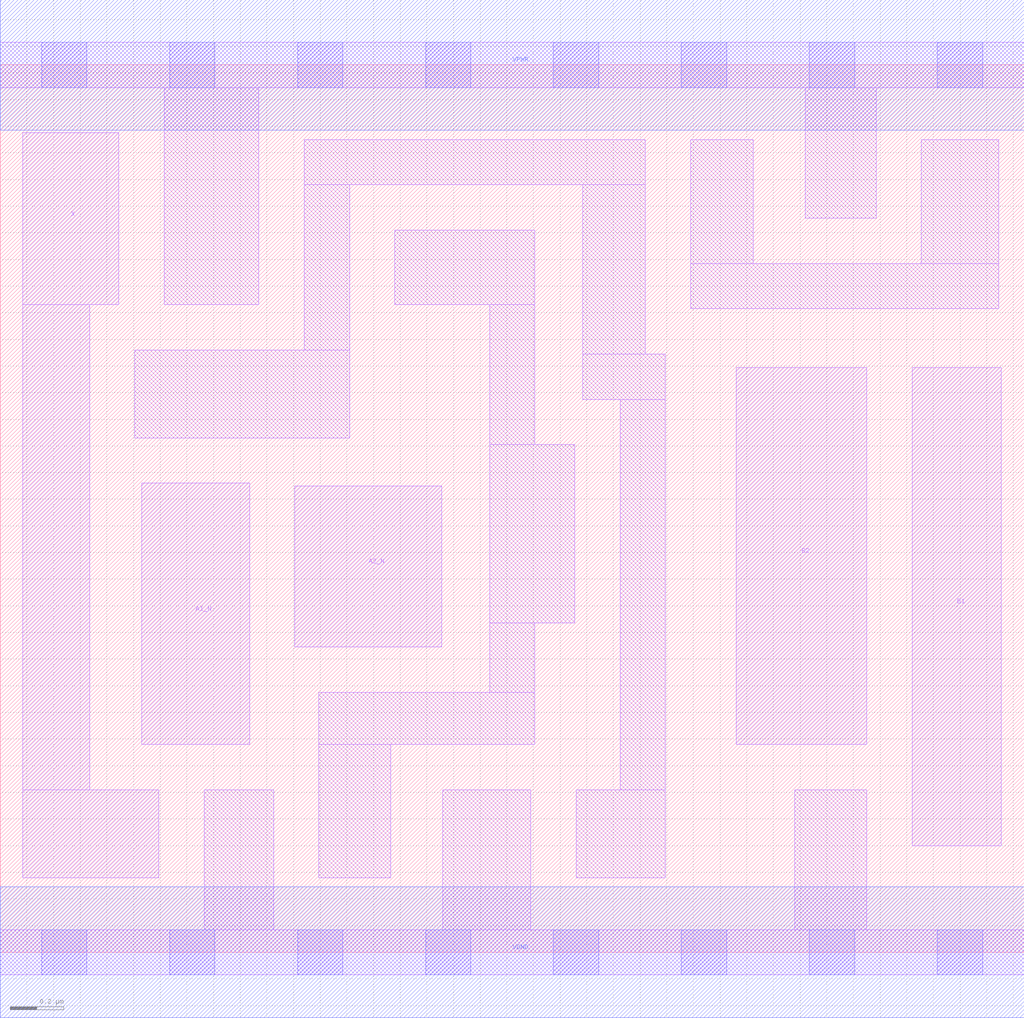
<source format=lef>
# Copyright 2020 The SkyWater PDK Authors
#
# Licensed under the Apache License, Version 2.0 (the "License");
# you may not use this file except in compliance with the License.
# You may obtain a copy of the License at
#
#     https://www.apache.org/licenses/LICENSE-2.0
#
# Unless required by applicable law or agreed to in writing, software
# distributed under the License is distributed on an "AS IS" BASIS,
# WITHOUT WARRANTIES OR CONDITIONS OF ANY KIND, either express or implied.
# See the License for the specific language governing permissions and
# limitations under the License.
#
# SPDX-License-Identifier: Apache-2.0

VERSION 5.7 ;
  NAMESCASESENSITIVE ON ;
  NOWIREEXTENSIONATPIN ON ;
  DIVIDERCHAR "/" ;
  BUSBITCHARS "[]" ;
UNITS
  DATABASE MICRONS 200 ;
END UNITS
MACRO sky130_fd_sc_lp__a2bb2o_0
  CLASS CORE ;
  FOREIGN sky130_fd_sc_lp__a2bb2o_0 ;
  ORIGIN  0.000000  0.000000 ;
  SIZE  3.840000 BY  3.330000 ;
  SYMMETRY X Y R90 ;
  SITE unit ;
  PIN A1_N
    ANTENNAGATEAREA  0.126000 ;
    DIRECTION INPUT ;
    USE SIGNAL ;
    PORT
      LAYER li1 ;
        RECT 0.530000 0.780000 0.935000 1.760000 ;
    END
  END A1_N
  PIN A2_N
    ANTENNAGATEAREA  0.126000 ;
    DIRECTION INPUT ;
    USE SIGNAL ;
    PORT
      LAYER li1 ;
        RECT 1.105000 1.145000 1.655000 1.750000 ;
    END
  END A2_N
  PIN B1
    ANTENNAGATEAREA  0.126000 ;
    DIRECTION INPUT ;
    USE SIGNAL ;
    PORT
      LAYER li1 ;
        RECT 3.420000 0.400000 3.755000 2.195000 ;
    END
  END B1
  PIN B2
    ANTENNAGATEAREA  0.126000 ;
    DIRECTION INPUT ;
    USE SIGNAL ;
    PORT
      LAYER li1 ;
        RECT 2.760000 0.780000 3.250000 2.195000 ;
    END
  END B2
  PIN X
    ANTENNADIFFAREA  0.293500 ;
    DIRECTION OUTPUT ;
    USE SIGNAL ;
    PORT
      LAYER li1 ;
        RECT 0.085000 0.280000 0.595000 0.610000 ;
        RECT 0.085000 0.610000 0.335000 2.430000 ;
        RECT 0.085000 2.430000 0.445000 3.075000 ;
    END
  END X
  PIN VGND
    DIRECTION INOUT ;
    USE GROUND ;
    PORT
      LAYER met1 ;
        RECT 0.000000 -0.245000 3.840000 0.245000 ;
    END
  END VGND
  PIN VPWR
    DIRECTION INOUT ;
    USE POWER ;
    PORT
      LAYER met1 ;
        RECT 0.000000 3.085000 3.840000 3.575000 ;
    END
  END VPWR
  OBS
    LAYER li1 ;
      RECT 0.000000 -0.085000 3.840000 0.085000 ;
      RECT 0.000000  3.245000 3.840000 3.415000 ;
      RECT 0.505000  1.930000 1.310000 2.260000 ;
      RECT 0.615000  2.430000 0.970000 3.245000 ;
      RECT 0.765000  0.085000 1.025000 0.610000 ;
      RECT 1.140000  2.260000 1.310000 2.880000 ;
      RECT 1.140000  2.880000 2.420000 3.050000 ;
      RECT 1.195000  0.280000 1.465000 0.780000 ;
      RECT 1.195000  0.780000 2.005000 0.975000 ;
      RECT 1.480000  2.430000 2.005000 2.710000 ;
      RECT 1.660000  0.085000 1.990000 0.610000 ;
      RECT 1.835000  0.975000 2.005000 1.235000 ;
      RECT 1.835000  1.235000 2.155000 1.905000 ;
      RECT 1.835000  1.905000 2.005000 2.430000 ;
      RECT 2.160000  0.280000 2.495000 0.610000 ;
      RECT 2.185000  2.075000 2.495000 2.245000 ;
      RECT 2.185000  2.245000 2.420000 2.880000 ;
      RECT 2.325000  0.610000 2.495000 2.075000 ;
      RECT 2.590000  2.415000 3.745000 2.585000 ;
      RECT 2.590000  2.585000 2.825000 3.050000 ;
      RECT 2.980000  0.085000 3.250000 0.610000 ;
      RECT 3.020000  2.755000 3.285000 3.245000 ;
      RECT 3.455000  2.585000 3.745000 3.050000 ;
    LAYER mcon ;
      RECT 0.155000 -0.085000 0.325000 0.085000 ;
      RECT 0.155000  3.245000 0.325000 3.415000 ;
      RECT 0.635000 -0.085000 0.805000 0.085000 ;
      RECT 0.635000  3.245000 0.805000 3.415000 ;
      RECT 1.115000 -0.085000 1.285000 0.085000 ;
      RECT 1.115000  3.245000 1.285000 3.415000 ;
      RECT 1.595000 -0.085000 1.765000 0.085000 ;
      RECT 1.595000  3.245000 1.765000 3.415000 ;
      RECT 2.075000 -0.085000 2.245000 0.085000 ;
      RECT 2.075000  3.245000 2.245000 3.415000 ;
      RECT 2.555000 -0.085000 2.725000 0.085000 ;
      RECT 2.555000  3.245000 2.725000 3.415000 ;
      RECT 3.035000 -0.085000 3.205000 0.085000 ;
      RECT 3.035000  3.245000 3.205000 3.415000 ;
      RECT 3.515000 -0.085000 3.685000 0.085000 ;
      RECT 3.515000  3.245000 3.685000 3.415000 ;
  END
END sky130_fd_sc_lp__a2bb2o_0
END LIBRARY

</source>
